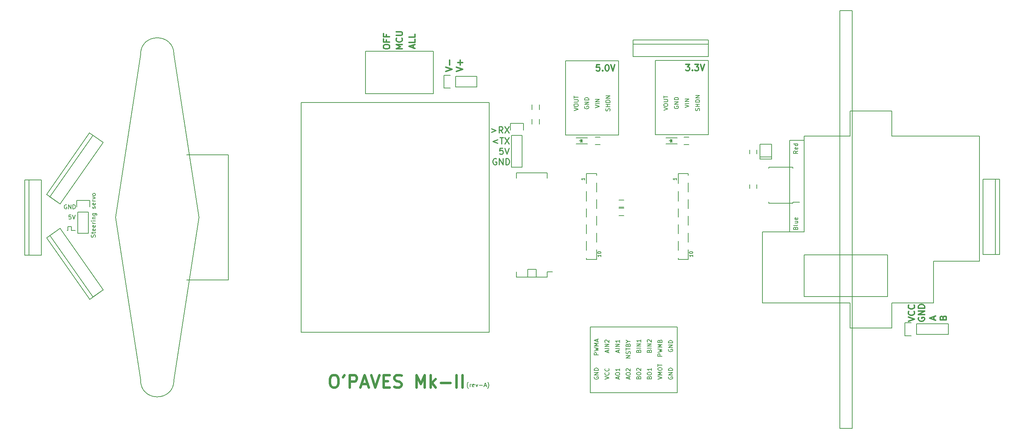
<source format=gto>
G04 #@! TF.FileFunction,Legend,Top*
%FSLAX46Y46*%
G04 Gerber Fmt 4.6, Leading zero omitted, Abs format (unit mm)*
G04 Created by KiCad (PCBNEW 4.0.4+dfsg1-stable) date Thu Aug 10 19:21:35 2017*
%MOMM*%
%LPD*%
G01*
G04 APERTURE LIST*
%ADD10C,0.150000*%
%ADD11C,0.250000*%
%ADD12C,0.200000*%
%ADD13C,0.300000*%
%ADD14C,0.600000*%
G04 APERTURE END LIST*
D10*
D11*
X152457143Y-82450000D02*
X152314286Y-82378571D01*
X152100000Y-82378571D01*
X151885715Y-82450000D01*
X151742857Y-82592857D01*
X151671429Y-82735714D01*
X151600000Y-83021429D01*
X151600000Y-83235714D01*
X151671429Y-83521429D01*
X151742857Y-83664286D01*
X151885715Y-83807143D01*
X152100000Y-83878571D01*
X152242857Y-83878571D01*
X152457143Y-83807143D01*
X152528572Y-83735714D01*
X152528572Y-83235714D01*
X152242857Y-83235714D01*
X153171429Y-83878571D02*
X153171429Y-82378571D01*
X154028572Y-83878571D01*
X154028572Y-82378571D01*
X154742858Y-83878571D02*
X154742858Y-82378571D01*
X155100001Y-82378571D01*
X155314286Y-82450000D01*
X155457144Y-82592857D01*
X155528572Y-82735714D01*
X155600001Y-83021429D01*
X155600001Y-83235714D01*
X155528572Y-83521429D01*
X155457144Y-83664286D01*
X155314286Y-83807143D01*
X155100001Y-83878571D01*
X154742858Y-83878571D01*
X154014287Y-79878571D02*
X153300001Y-79878571D01*
X153228572Y-80592857D01*
X153300001Y-80521429D01*
X153442858Y-80450000D01*
X153800001Y-80450000D01*
X153942858Y-80521429D01*
X154014287Y-80592857D01*
X154085715Y-80735714D01*
X154085715Y-81092857D01*
X154014287Y-81235714D01*
X153942858Y-81307143D01*
X153800001Y-81378571D01*
X153442858Y-81378571D01*
X153300001Y-81307143D01*
X153228572Y-81235714D01*
X154514286Y-79878571D02*
X155014286Y-81378571D01*
X155514286Y-79878571D01*
X152785715Y-77878571D02*
X151642858Y-78307143D01*
X152785715Y-78735714D01*
X153285715Y-77378571D02*
X154142858Y-77378571D01*
X153714287Y-78878571D02*
X153714287Y-77378571D01*
X154500001Y-77378571D02*
X155500001Y-78878571D01*
X155500001Y-77378571D02*
X154500001Y-78878571D01*
X151264286Y-75278571D02*
X152407143Y-75707143D01*
X151264286Y-76135714D01*
X153978572Y-76278571D02*
X153478572Y-75564286D01*
X153121429Y-76278571D02*
X153121429Y-74778571D01*
X153692857Y-74778571D01*
X153835715Y-74850000D01*
X153907143Y-74921429D01*
X153978572Y-75064286D01*
X153978572Y-75278571D01*
X153907143Y-75421429D01*
X153835715Y-75492857D01*
X153692857Y-75564286D01*
X153121429Y-75564286D01*
X154478572Y-74778571D02*
X155478572Y-76278571D01*
X155478572Y-74778571D02*
X154478572Y-76278571D01*
D12*
X159999000Y-108999080D02*
X159999000Y-110699080D01*
X161999000Y-108999080D02*
X159999000Y-108999080D01*
X161999000Y-110699080D02*
X161999000Y-108999080D01*
X105750000Y-69000000D02*
X150750000Y-69000000D01*
X105750000Y-124000000D02*
X105750000Y-69000000D01*
X150750000Y-124000000D02*
X105750000Y-124000000D01*
X150801000Y-69000920D02*
X150801000Y-124000920D01*
D13*
X132584000Y-55927429D02*
X132584000Y-55213143D01*
X133012571Y-56070286D02*
X131512571Y-55570286D01*
X133012571Y-55070286D01*
X133012571Y-53856000D02*
X133012571Y-54570286D01*
X131512571Y-54570286D01*
X133012571Y-52641714D02*
X133012571Y-53356000D01*
X131512571Y-53356000D01*
X129964571Y-56137714D02*
X128464571Y-56137714D01*
X129536000Y-55637714D01*
X128464571Y-55137714D01*
X129964571Y-55137714D01*
X129821714Y-53566285D02*
X129893143Y-53637714D01*
X129964571Y-53852000D01*
X129964571Y-53994857D01*
X129893143Y-54209142D01*
X129750286Y-54352000D01*
X129607429Y-54423428D01*
X129321714Y-54494857D01*
X129107429Y-54494857D01*
X128821714Y-54423428D01*
X128678857Y-54352000D01*
X128536000Y-54209142D01*
X128464571Y-53994857D01*
X128464571Y-53852000D01*
X128536000Y-53637714D01*
X128607429Y-53566285D01*
X128464571Y-52923428D02*
X129678857Y-52923428D01*
X129821714Y-52852000D01*
X129893143Y-52780571D01*
X129964571Y-52637714D01*
X129964571Y-52352000D01*
X129893143Y-52209142D01*
X129821714Y-52137714D01*
X129678857Y-52066285D01*
X128464571Y-52066285D01*
X125416571Y-55784571D02*
X125416571Y-55498857D01*
X125488000Y-55355999D01*
X125630857Y-55213142D01*
X125916571Y-55141714D01*
X126416571Y-55141714D01*
X126702286Y-55213142D01*
X126845143Y-55355999D01*
X126916571Y-55498857D01*
X126916571Y-55784571D01*
X126845143Y-55927428D01*
X126702286Y-56070285D01*
X126416571Y-56141714D01*
X125916571Y-56141714D01*
X125630857Y-56070285D01*
X125488000Y-55927428D01*
X125416571Y-55784571D01*
X126130857Y-53998856D02*
X126130857Y-54498856D01*
X126916571Y-54498856D02*
X125416571Y-54498856D01*
X125416571Y-53784570D01*
X126130857Y-52713142D02*
X126130857Y-53213142D01*
X126916571Y-53213142D02*
X125416571Y-53213142D01*
X125416571Y-52498856D01*
D12*
X145772476Y-137485333D02*
X145724856Y-137437714D01*
X145629618Y-137294857D01*
X145581999Y-137199619D01*
X145534380Y-137056762D01*
X145486761Y-136818667D01*
X145486761Y-136628190D01*
X145534380Y-136390095D01*
X145581999Y-136247238D01*
X145629618Y-136152000D01*
X145724856Y-136009143D01*
X145772476Y-135961524D01*
X146153428Y-137104381D02*
X146153428Y-136437714D01*
X146153428Y-136628190D02*
X146201047Y-136532952D01*
X146248666Y-136485333D01*
X146343904Y-136437714D01*
X146439143Y-136437714D01*
X147153429Y-137056762D02*
X147058191Y-137104381D01*
X146867714Y-137104381D01*
X146772476Y-137056762D01*
X146724857Y-136961524D01*
X146724857Y-136580571D01*
X146772476Y-136485333D01*
X146867714Y-136437714D01*
X147058191Y-136437714D01*
X147153429Y-136485333D01*
X147201048Y-136580571D01*
X147201048Y-136675810D01*
X146724857Y-136771048D01*
X147534381Y-136437714D02*
X147772476Y-137104381D01*
X148010572Y-136437714D01*
X148391524Y-136723429D02*
X149153429Y-136723429D01*
X149582000Y-136818667D02*
X150058191Y-136818667D01*
X149486762Y-137104381D02*
X149820095Y-136104381D01*
X150153429Y-137104381D01*
X150391524Y-137485333D02*
X150439143Y-137437714D01*
X150534381Y-137294857D01*
X150582000Y-137199619D01*
X150629619Y-137056762D01*
X150677238Y-136818667D01*
X150677238Y-136628190D01*
X150629619Y-136390095D01*
X150582000Y-136247238D01*
X150534381Y-136152000D01*
X150439143Y-136009143D01*
X150391524Y-135961524D01*
D14*
X113309715Y-134247143D02*
X113881144Y-134247143D01*
X114166858Y-134390000D01*
X114452572Y-134675714D01*
X114595430Y-135247143D01*
X114595430Y-136247143D01*
X114452572Y-136818571D01*
X114166858Y-137104286D01*
X113881144Y-137247143D01*
X113309715Y-137247143D01*
X113024001Y-137104286D01*
X112738287Y-136818571D01*
X112595430Y-136247143D01*
X112595430Y-135247143D01*
X112738287Y-134675714D01*
X113024001Y-134390000D01*
X113309715Y-134247143D01*
X116024001Y-134247143D02*
X115738287Y-134818571D01*
X117309715Y-137247143D02*
X117309715Y-134247143D01*
X118452572Y-134247143D01*
X118738286Y-134390000D01*
X118881143Y-134532857D01*
X119024000Y-134818571D01*
X119024000Y-135247143D01*
X118881143Y-135532857D01*
X118738286Y-135675714D01*
X118452572Y-135818571D01*
X117309715Y-135818571D01*
X120166858Y-136390000D02*
X121595429Y-136390000D01*
X119881143Y-137247143D02*
X120881143Y-134247143D01*
X121881143Y-137247143D01*
X122452572Y-134247143D02*
X123452572Y-137247143D01*
X124452572Y-134247143D01*
X125452573Y-135675714D02*
X126452573Y-135675714D01*
X126881144Y-137247143D02*
X125452573Y-137247143D01*
X125452573Y-134247143D01*
X126881144Y-134247143D01*
X128024002Y-137104286D02*
X128452573Y-137247143D01*
X129166859Y-137247143D01*
X129452573Y-137104286D01*
X129595430Y-136961429D01*
X129738287Y-136675714D01*
X129738287Y-136390000D01*
X129595430Y-136104286D01*
X129452573Y-135961429D01*
X129166859Y-135818571D01*
X128595430Y-135675714D01*
X128309716Y-135532857D01*
X128166859Y-135390000D01*
X128024002Y-135104286D01*
X128024002Y-134818571D01*
X128166859Y-134532857D01*
X128309716Y-134390000D01*
X128595430Y-134247143D01*
X129309716Y-134247143D01*
X129738287Y-134390000D01*
X133309716Y-137247143D02*
X133309716Y-134247143D01*
X134309716Y-136390000D01*
X135309716Y-134247143D01*
X135309716Y-137247143D01*
X136738287Y-137247143D02*
X136738287Y-134247143D01*
X137024001Y-136104286D02*
X137881144Y-137247143D01*
X137881144Y-135247143D02*
X136738287Y-136390000D01*
X139166858Y-136104286D02*
X141452572Y-136104286D01*
X142881144Y-137247143D02*
X142881144Y-134247143D01*
X144309715Y-137247143D02*
X144309715Y-134247143D01*
D12*
X49850000Y-99650000D02*
X49700000Y-99650000D01*
X50725000Y-99650000D02*
X51575000Y-99650000D01*
X50725000Y-98750000D02*
X50725000Y-99650000D01*
X49850000Y-98750000D02*
X50725000Y-98750000D01*
X49850000Y-99650000D02*
X49850000Y-98750000D01*
X50584524Y-95927381D02*
X50108333Y-95927381D01*
X50060714Y-96403571D01*
X50108333Y-96355952D01*
X50203571Y-96308333D01*
X50441667Y-96308333D01*
X50536905Y-96355952D01*
X50584524Y-96403571D01*
X50632143Y-96498810D01*
X50632143Y-96736905D01*
X50584524Y-96832143D01*
X50536905Y-96879762D01*
X50441667Y-96927381D01*
X50203571Y-96927381D01*
X50108333Y-96879762D01*
X50060714Y-96832143D01*
X50917857Y-95927381D02*
X51251190Y-96927381D01*
X51584524Y-95927381D01*
X49538096Y-93525000D02*
X49442858Y-93477381D01*
X49300001Y-93477381D01*
X49157143Y-93525000D01*
X49061905Y-93620238D01*
X49014286Y-93715476D01*
X48966667Y-93905952D01*
X48966667Y-94048810D01*
X49014286Y-94239286D01*
X49061905Y-94334524D01*
X49157143Y-94429762D01*
X49300001Y-94477381D01*
X49395239Y-94477381D01*
X49538096Y-94429762D01*
X49585715Y-94382143D01*
X49585715Y-94048810D01*
X49395239Y-94048810D01*
X50014286Y-94477381D02*
X50014286Y-93477381D01*
X50585715Y-94477381D01*
X50585715Y-93477381D01*
X51061905Y-94477381D02*
X51061905Y-93477381D01*
X51300000Y-93477381D01*
X51442858Y-93525000D01*
X51538096Y-93620238D01*
X51585715Y-93715476D01*
X51633334Y-93905952D01*
X51633334Y-94048810D01*
X51585715Y-94239286D01*
X51538096Y-94334524D01*
X51442858Y-94429762D01*
X51300000Y-94477381D01*
X51061905Y-94477381D01*
D13*
X259480857Y-120542857D02*
X259552286Y-120328571D01*
X259623714Y-120257143D01*
X259766571Y-120185714D01*
X259980857Y-120185714D01*
X260123714Y-120257143D01*
X260195143Y-120328571D01*
X260266571Y-120471429D01*
X260266571Y-121042857D01*
X258766571Y-121042857D01*
X258766571Y-120542857D01*
X258838000Y-120400000D01*
X258909429Y-120328571D01*
X259052286Y-120257143D01*
X259195143Y-120257143D01*
X259338000Y-120328571D01*
X259409429Y-120400000D01*
X259480857Y-120542857D01*
X259480857Y-121042857D01*
X257298000Y-121007143D02*
X257298000Y-120292857D01*
X257726571Y-121150000D02*
X256226571Y-120650000D01*
X257726571Y-120150000D01*
X253626979Y-120522857D02*
X253555550Y-120665714D01*
X253555550Y-120880000D01*
X253626979Y-121094285D01*
X253769836Y-121237143D01*
X253912693Y-121308571D01*
X254198408Y-121380000D01*
X254412693Y-121380000D01*
X254698408Y-121308571D01*
X254841265Y-121237143D01*
X254984122Y-121094285D01*
X255055550Y-120880000D01*
X255055550Y-120737143D01*
X254984122Y-120522857D01*
X254912693Y-120451428D01*
X254412693Y-120451428D01*
X254412693Y-120737143D01*
X255055550Y-119808571D02*
X253555550Y-119808571D01*
X255055550Y-118951428D01*
X253555550Y-118951428D01*
X255055550Y-118237142D02*
X253555550Y-118237142D01*
X253555550Y-117879999D01*
X253626979Y-117665714D01*
X253769836Y-117522856D01*
X253912693Y-117451428D01*
X254198408Y-117379999D01*
X254412693Y-117379999D01*
X254698408Y-117451428D01*
X254841265Y-117522856D01*
X254984122Y-117665714D01*
X255055550Y-117879999D01*
X255055550Y-118237142D01*
X251146571Y-121380000D02*
X252646571Y-120880000D01*
X251146571Y-120380000D01*
X252503714Y-119022857D02*
X252575143Y-119094286D01*
X252646571Y-119308572D01*
X252646571Y-119451429D01*
X252575143Y-119665714D01*
X252432286Y-119808572D01*
X252289429Y-119880000D01*
X252003714Y-119951429D01*
X251789429Y-119951429D01*
X251503714Y-119880000D01*
X251360857Y-119808572D01*
X251218000Y-119665714D01*
X251146571Y-119451429D01*
X251146571Y-119308572D01*
X251218000Y-119094286D01*
X251289429Y-119022857D01*
X252503714Y-117522857D02*
X252575143Y-117594286D01*
X252646571Y-117808572D01*
X252646571Y-117951429D01*
X252575143Y-118165714D01*
X252432286Y-118308572D01*
X252289429Y-118380000D01*
X252003714Y-118451429D01*
X251789429Y-118451429D01*
X251503714Y-118380000D01*
X251360857Y-118308572D01*
X251218000Y-118165714D01*
X251146571Y-117951429D01*
X251146571Y-117808572D01*
X251218000Y-117594286D01*
X251289429Y-117522857D01*
D12*
X56379762Y-101263096D02*
X56427381Y-101120239D01*
X56427381Y-100882143D01*
X56379762Y-100786905D01*
X56332143Y-100739286D01*
X56236905Y-100691667D01*
X56141667Y-100691667D01*
X56046429Y-100739286D01*
X55998810Y-100786905D01*
X55951190Y-100882143D01*
X55903571Y-101072620D01*
X55855952Y-101167858D01*
X55808333Y-101215477D01*
X55713095Y-101263096D01*
X55617857Y-101263096D01*
X55522619Y-101215477D01*
X55475000Y-101167858D01*
X55427381Y-101072620D01*
X55427381Y-100834524D01*
X55475000Y-100691667D01*
X55760714Y-100405953D02*
X55760714Y-100025001D01*
X55427381Y-100263096D02*
X56284524Y-100263096D01*
X56379762Y-100215477D01*
X56427381Y-100120239D01*
X56427381Y-100025001D01*
X56379762Y-99310714D02*
X56427381Y-99405952D01*
X56427381Y-99596429D01*
X56379762Y-99691667D01*
X56284524Y-99739286D01*
X55903571Y-99739286D01*
X55808333Y-99691667D01*
X55760714Y-99596429D01*
X55760714Y-99405952D01*
X55808333Y-99310714D01*
X55903571Y-99263095D01*
X55998810Y-99263095D01*
X56094048Y-99739286D01*
X56379762Y-98453571D02*
X56427381Y-98548809D01*
X56427381Y-98739286D01*
X56379762Y-98834524D01*
X56284524Y-98882143D01*
X55903571Y-98882143D01*
X55808333Y-98834524D01*
X55760714Y-98739286D01*
X55760714Y-98548809D01*
X55808333Y-98453571D01*
X55903571Y-98405952D01*
X55998810Y-98405952D01*
X56094048Y-98882143D01*
X56427381Y-97977381D02*
X55760714Y-97977381D01*
X55951190Y-97977381D02*
X55855952Y-97929762D01*
X55808333Y-97882143D01*
X55760714Y-97786905D01*
X55760714Y-97691666D01*
X56427381Y-97358333D02*
X55760714Y-97358333D01*
X55427381Y-97358333D02*
X55475000Y-97405952D01*
X55522619Y-97358333D01*
X55475000Y-97310714D01*
X55427381Y-97358333D01*
X55522619Y-97358333D01*
X55760714Y-96882143D02*
X56427381Y-96882143D01*
X55855952Y-96882143D02*
X55808333Y-96834524D01*
X55760714Y-96739286D01*
X55760714Y-96596428D01*
X55808333Y-96501190D01*
X55903571Y-96453571D01*
X56427381Y-96453571D01*
X55760714Y-95548809D02*
X56570238Y-95548809D01*
X56665476Y-95596428D01*
X56713095Y-95644047D01*
X56760714Y-95739286D01*
X56760714Y-95882143D01*
X56713095Y-95977381D01*
X56379762Y-95548809D02*
X56427381Y-95644047D01*
X56427381Y-95834524D01*
X56379762Y-95929762D01*
X56332143Y-95977381D01*
X56236905Y-96025000D01*
X55951190Y-96025000D01*
X55855952Y-95977381D01*
X55808333Y-95929762D01*
X55760714Y-95834524D01*
X55760714Y-95644047D01*
X55808333Y-95548809D01*
X56379762Y-94358333D02*
X56427381Y-94263095D01*
X56427381Y-94072619D01*
X56379762Y-93977380D01*
X56284524Y-93929761D01*
X56236905Y-93929761D01*
X56141667Y-93977380D01*
X56094048Y-94072619D01*
X56094048Y-94215476D01*
X56046429Y-94310714D01*
X55951190Y-94358333D01*
X55903571Y-94358333D01*
X55808333Y-94310714D01*
X55760714Y-94215476D01*
X55760714Y-94072619D01*
X55808333Y-93977380D01*
X56379762Y-93120237D02*
X56427381Y-93215475D01*
X56427381Y-93405952D01*
X56379762Y-93501190D01*
X56284524Y-93548809D01*
X55903571Y-93548809D01*
X55808333Y-93501190D01*
X55760714Y-93405952D01*
X55760714Y-93215475D01*
X55808333Y-93120237D01*
X55903571Y-93072618D01*
X55998810Y-93072618D01*
X56094048Y-93548809D01*
X56427381Y-92644047D02*
X55760714Y-92644047D01*
X55951190Y-92644047D02*
X55855952Y-92596428D01*
X55808333Y-92548809D01*
X55760714Y-92453571D01*
X55760714Y-92358332D01*
X55760714Y-92120237D02*
X56427381Y-91882142D01*
X55760714Y-91644046D01*
X56427381Y-91120237D02*
X56379762Y-91215475D01*
X56332143Y-91263094D01*
X56236905Y-91310713D01*
X55951190Y-91310713D01*
X55855952Y-91263094D01*
X55808333Y-91215475D01*
X55760714Y-91120237D01*
X55760714Y-90977379D01*
X55808333Y-90882141D01*
X55855952Y-90834522D01*
X55951190Y-90786903D01*
X56236905Y-90786903D01*
X56332143Y-90834522D01*
X56379762Y-90882141D01*
X56427381Y-90977379D01*
X56427381Y-91120237D01*
D13*
X140344571Y-61516571D02*
X141844571Y-61016571D01*
X140344571Y-60516571D01*
X141273143Y-60016571D02*
X141273143Y-58873714D01*
X142884571Y-61516571D02*
X144384571Y-61016571D01*
X142884571Y-60516571D01*
X143813143Y-60016571D02*
X143813143Y-58873714D01*
X144384571Y-59445143D02*
X143241714Y-59445143D01*
X177210858Y-59928571D02*
X176496572Y-59928571D01*
X176425143Y-60642857D01*
X176496572Y-60571429D01*
X176639429Y-60500000D01*
X176996572Y-60500000D01*
X177139429Y-60571429D01*
X177210858Y-60642857D01*
X177282286Y-60785714D01*
X177282286Y-61142857D01*
X177210858Y-61285714D01*
X177139429Y-61357143D01*
X176996572Y-61428571D01*
X176639429Y-61428571D01*
X176496572Y-61357143D01*
X176425143Y-61285714D01*
X177925143Y-61285714D02*
X177996571Y-61357143D01*
X177925143Y-61428571D01*
X177853714Y-61357143D01*
X177925143Y-61285714D01*
X177925143Y-61428571D01*
X178925143Y-59928571D02*
X179068000Y-59928571D01*
X179210857Y-60000000D01*
X179282286Y-60071429D01*
X179353715Y-60214286D01*
X179425143Y-60500000D01*
X179425143Y-60857143D01*
X179353715Y-61142857D01*
X179282286Y-61285714D01*
X179210857Y-61357143D01*
X179068000Y-61428571D01*
X178925143Y-61428571D01*
X178782286Y-61357143D01*
X178710857Y-61285714D01*
X178639429Y-61142857D01*
X178568000Y-60857143D01*
X178568000Y-60500000D01*
X178639429Y-60214286D01*
X178710857Y-60071429D01*
X178782286Y-60000000D01*
X178925143Y-59928571D01*
X179853714Y-59928571D02*
X180353714Y-61428571D01*
X180853714Y-59928571D01*
X197853715Y-59878571D02*
X198782286Y-59878571D01*
X198282286Y-60450000D01*
X198496572Y-60450000D01*
X198639429Y-60521429D01*
X198710858Y-60592857D01*
X198782286Y-60735714D01*
X198782286Y-61092857D01*
X198710858Y-61235714D01*
X198639429Y-61307143D01*
X198496572Y-61378571D01*
X198068000Y-61378571D01*
X197925143Y-61307143D01*
X197853715Y-61235714D01*
X199425143Y-61235714D02*
X199496571Y-61307143D01*
X199425143Y-61378571D01*
X199353714Y-61307143D01*
X199425143Y-61235714D01*
X199425143Y-61378571D01*
X199996572Y-59878571D02*
X200925143Y-59878571D01*
X200425143Y-60450000D01*
X200639429Y-60450000D01*
X200782286Y-60521429D01*
X200853715Y-60592857D01*
X200925143Y-60735714D01*
X200925143Y-61092857D01*
X200853715Y-61235714D01*
X200782286Y-61307143D01*
X200639429Y-61378571D01*
X200210857Y-61378571D01*
X200068000Y-61307143D01*
X199996572Y-61235714D01*
X201353714Y-59878571D02*
X201853714Y-61378571D01*
X202353714Y-59878571D01*
D12*
X198463347Y-104208227D02*
X198463347Y-106608227D01*
X198463347Y-106608227D02*
X196063347Y-106608227D01*
X196063347Y-106608227D02*
X196063347Y-106208227D01*
X198463347Y-100208227D02*
X198463347Y-102408227D01*
X198463347Y-96208227D02*
X198463347Y-98408227D01*
X196063347Y-102208227D02*
X196063347Y-104408227D01*
X196063347Y-98208227D02*
X196063347Y-100408227D01*
X196063347Y-94408227D02*
X196063347Y-96408227D01*
X198463347Y-92208227D02*
X198463347Y-94408227D01*
X196063347Y-90208227D02*
X196063347Y-92608227D01*
X198463347Y-88208227D02*
X198463347Y-90408227D01*
X198463347Y-86008227D02*
X198463347Y-86408227D01*
X198463347Y-86008227D02*
X196063347Y-86008227D01*
X196063347Y-86008227D02*
X196063347Y-88408227D01*
X176463347Y-104208227D02*
X176463347Y-106608227D01*
X176463347Y-106608227D02*
X174063347Y-106608227D01*
X174063347Y-106608227D02*
X174063347Y-106208227D01*
X176463347Y-100208227D02*
X176463347Y-102408227D01*
X176463347Y-96208227D02*
X176463347Y-98408227D01*
X174063347Y-102208227D02*
X174063347Y-104408227D01*
X174063347Y-98208227D02*
X174063347Y-100408227D01*
X174063347Y-94408227D02*
X174063347Y-96408227D01*
X176463347Y-92208227D02*
X176463347Y-94408227D01*
X174063347Y-90208227D02*
X174063347Y-92608227D01*
X176463347Y-88208227D02*
X176463347Y-90408227D01*
X176463347Y-86008227D02*
X176463347Y-86408227D01*
X176463347Y-86008227D02*
X174063347Y-86008227D01*
X174063347Y-86008227D02*
X174063347Y-88408227D01*
D10*
X161025000Y-70700000D02*
X161025000Y-69500000D01*
X162775000Y-69500000D02*
X162775000Y-70700000D01*
X161025000Y-74200000D02*
X161025000Y-73000000D01*
X162775000Y-73000000D02*
X162775000Y-74200000D01*
X190568000Y-76740000D02*
X203268000Y-76740000D01*
X203268000Y-76740000D02*
X203268000Y-58960000D01*
X203268000Y-58960000D02*
X190568000Y-58960000D01*
X190568000Y-58960000D02*
X190568000Y-76740000D01*
X169068000Y-76790000D02*
X181768000Y-76790000D01*
X181768000Y-76790000D02*
X181768000Y-59010000D01*
X181768000Y-59010000D02*
X169068000Y-59010000D01*
X169068000Y-59010000D02*
X169068000Y-76790000D01*
X223475000Y-93125000D02*
X223475000Y-92900000D01*
X217725000Y-93125000D02*
X217725000Y-92825000D01*
X217725000Y-84475000D02*
X217725000Y-84775000D01*
X223475000Y-84475000D02*
X223475000Y-84775000D01*
X223475000Y-93125000D02*
X217725000Y-93125000D01*
X223475000Y-84475000D02*
X217725000Y-84475000D01*
X223475000Y-92900000D02*
X225075000Y-92900000D01*
X213150000Y-88600000D02*
X213150000Y-89600000D01*
X214850000Y-89600000D02*
X214850000Y-88600000D01*
X213150000Y-80300000D02*
X213150000Y-81300000D01*
X214850000Y-81300000D02*
X214850000Y-80300000D01*
X218397000Y-82006500D02*
X215603000Y-82006500D01*
X218397000Y-82578000D02*
X218397000Y-79022000D01*
X218397000Y-79022000D02*
X215603000Y-79022000D01*
X215603000Y-79022000D02*
X215603000Y-82578000D01*
X215603000Y-82578000D02*
X218397000Y-82578000D01*
X40500000Y-105580000D02*
X40500000Y-87580000D01*
X43500000Y-105580000D02*
X40500000Y-105580000D01*
X39500000Y-105580000D02*
X43500000Y-105580000D01*
X39500000Y-87580000D02*
X39500000Y-105580000D01*
X43500000Y-87580000D02*
X39500000Y-87580000D01*
X43500000Y-105580000D02*
X43500000Y-87580000D01*
X55872942Y-115572970D02*
X45548566Y-100828233D01*
X58330398Y-113852240D02*
X55872942Y-115572970D01*
X55053790Y-116146546D02*
X58330398Y-113852240D01*
X44729414Y-101401809D02*
X55053790Y-116146546D01*
X48006022Y-99107504D02*
X44729414Y-101401809D01*
X58330398Y-113852240D02*
X48006022Y-99107504D01*
X45540255Y-91610302D02*
X55864631Y-76865566D01*
X47997711Y-93331032D02*
X45540255Y-91610302D01*
X44721103Y-91036726D02*
X47997711Y-93331032D01*
X55045479Y-76291989D02*
X44721103Y-91036726D01*
X58322087Y-78586295D02*
X55045479Y-76291989D01*
X47997711Y-93331032D02*
X58322087Y-78586295D01*
X185240000Y-55000000D02*
X203240000Y-55000000D01*
X185240000Y-58000000D02*
X185240000Y-55000000D01*
X185240000Y-54000000D02*
X185240000Y-58000000D01*
X203240000Y-54000000D02*
X185240000Y-54000000D01*
X203240000Y-58000000D02*
X203240000Y-54000000D01*
X185240000Y-58000000D02*
X203240000Y-58000000D01*
X272000000Y-87380000D02*
X272000000Y-105380000D01*
X269000000Y-87380000D02*
X272000000Y-87380000D01*
X273000000Y-87380000D02*
X269000000Y-87380000D01*
X273000000Y-105380000D02*
X273000000Y-87380000D01*
X269000000Y-105380000D02*
X273000000Y-105380000D01*
X269000000Y-87380000D02*
X269000000Y-105380000D01*
X226220000Y-105520000D02*
X246220000Y-105520000D01*
X226220000Y-115520000D02*
X226220000Y-105520000D01*
X246220000Y-115520000D02*
X226220000Y-115520000D01*
X246220000Y-105520000D02*
X246220000Y-115520000D01*
X222720000Y-78020000D02*
X226220000Y-78020000D01*
X226220000Y-100020000D02*
X216220000Y-100020000D01*
X226220000Y-77020000D02*
X237220000Y-77020000D01*
X222720000Y-78020000D02*
X222720000Y-100020000D01*
X237720000Y-147020000D02*
X237720000Y-47020000D01*
X237720000Y-47020000D02*
X234720000Y-47020000D01*
X234720000Y-47020000D02*
X234720000Y-147020000D01*
X234720000Y-147020000D02*
X237720000Y-147020000D01*
X268220000Y-107020000D02*
X268220000Y-77020000D01*
X247220000Y-117020000D02*
X257220000Y-117020000D01*
X257220000Y-117020000D02*
X257220000Y-107020000D01*
X257220000Y-107020000D02*
X268220000Y-107020000D01*
X216220000Y-100020000D02*
X216220000Y-117020000D01*
X226220000Y-77020000D02*
X226220000Y-100020000D01*
X216220000Y-117020000D02*
X237220000Y-117020000D01*
X247220000Y-77020000D02*
X268220000Y-77020000D01*
X247220000Y-117020000D02*
X247220000Y-123020000D01*
X247220000Y-123020000D02*
X237220000Y-123020000D01*
X237220000Y-123020000D02*
X237220000Y-117020000D01*
X237220000Y-77020000D02*
X237220000Y-71020000D01*
X237220000Y-71020000D02*
X247220000Y-71020000D01*
X247220000Y-71020000D02*
X247220000Y-77020000D01*
X142748000Y-65278000D02*
X147828000Y-65278000D01*
X147828000Y-65278000D02*
X147828000Y-62738000D01*
X147828000Y-62738000D02*
X142748000Y-62738000D01*
X139928000Y-62458000D02*
X141478000Y-62458000D01*
X142748000Y-62738000D02*
X142748000Y-65278000D01*
X141478000Y-65558000D02*
X139928000Y-65558000D01*
X139928000Y-65558000D02*
X139928000Y-62458000D01*
X52230000Y-95230000D02*
X52230000Y-100310000D01*
X52230000Y-100310000D02*
X54770000Y-100310000D01*
X54770000Y-100310000D02*
X54770000Y-95230000D01*
X55050000Y-92410000D02*
X55050000Y-93960000D01*
X54770000Y-95230000D02*
X52230000Y-95230000D01*
X51950000Y-93960000D02*
X51950000Y-92410000D01*
X51950000Y-92410000D02*
X55050000Y-92410000D01*
X181818000Y-94325000D02*
X183018000Y-94325000D01*
X183018000Y-96075000D02*
X181818000Y-96075000D01*
X181818000Y-92325000D02*
X183018000Y-92325000D01*
X183018000Y-94075000D02*
X181818000Y-94075000D01*
X253116979Y-124574249D02*
X260736979Y-124574249D01*
X253116979Y-122034249D02*
X260736979Y-122034249D01*
X250296979Y-121754249D02*
X251846979Y-121754249D01*
X260736979Y-124574249D02*
X260736979Y-122034249D01*
X253116979Y-122034249D02*
X253116979Y-124574249D01*
X251846979Y-124854249D02*
X250296979Y-124854249D01*
X250296979Y-124854249D02*
X250296979Y-121754249D01*
X174268000Y-77425000D02*
X171568000Y-77425000D01*
X174268000Y-78925000D02*
X171568000Y-78925000D01*
X172768000Y-78025000D02*
X172768000Y-78275000D01*
X172768000Y-78275000D02*
X172918000Y-78125000D01*
X173018000Y-78525000D02*
X173018000Y-77825000D01*
X172668000Y-78175000D02*
X172318000Y-78175000D01*
X173018000Y-78175000D02*
X172668000Y-78525000D01*
X172668000Y-78525000D02*
X172668000Y-77825000D01*
X172668000Y-77825000D02*
X173018000Y-78175000D01*
X195767020Y-77425000D02*
X193067020Y-77425000D01*
X195767020Y-78925000D02*
X193067020Y-78925000D01*
X194267020Y-78025000D02*
X194267020Y-78275000D01*
X194267020Y-78275000D02*
X194417020Y-78125000D01*
X194517020Y-78525000D02*
X194517020Y-77825000D01*
X194167020Y-78175000D02*
X193817020Y-78175000D01*
X194517020Y-78175000D02*
X194167020Y-78525000D01*
X194167020Y-78525000D02*
X194167020Y-77825000D01*
X194167020Y-77825000D02*
X194517020Y-78175000D01*
X176168000Y-77300000D02*
X177368000Y-77300000D01*
X177368000Y-79050000D02*
X176168000Y-79050000D01*
X197418000Y-77300000D02*
X198618000Y-77300000D01*
X198618000Y-79050000D02*
X197418000Y-79050000D01*
X137364000Y-56722000D02*
X121108000Y-56722000D01*
X137364000Y-66882000D02*
X137364000Y-56722000D01*
X121108000Y-66882000D02*
X137364000Y-66882000D01*
X121108000Y-56722000D02*
X121108000Y-66882000D01*
X88250000Y-81500000D02*
X78250000Y-81500000D01*
X88250000Y-111500000D02*
X88250000Y-81500000D01*
X78250000Y-111500000D02*
X88250000Y-111500000D01*
X61250000Y-96500000D02*
X67250000Y-135500000D01*
X75250000Y-135500000D02*
X81250000Y-96500000D01*
X67250000Y-135500000D02*
G75*
G03X75250000Y-135500000I4000000J0D01*
G01*
X67250000Y-57500000D02*
X61250000Y-96500000D01*
X75250000Y-57500000D02*
X81250000Y-96500000D01*
X75250000Y-57500000D02*
G75*
G03X67250000Y-57500000I-4000000J0D01*
G01*
X156130000Y-76830000D02*
X156130000Y-84450000D01*
X158670000Y-76830000D02*
X158670000Y-84450000D01*
X158950000Y-74010000D02*
X158950000Y-75560000D01*
X156130000Y-84450000D02*
X158670000Y-84450000D01*
X158670000Y-76830000D02*
X156130000Y-76830000D01*
X155850000Y-75560000D02*
X155850000Y-74010000D01*
X155850000Y-74010000D02*
X158950000Y-74010000D01*
X195784000Y-138524000D02*
X174956000Y-138524000D01*
X195784000Y-122776000D02*
X195784000Y-138524000D01*
X174956000Y-122776000D02*
X195784000Y-122776000D01*
X174956000Y-138524000D02*
X174956000Y-122776000D01*
X164665000Y-110795000D02*
X164665000Y-109525000D01*
X157315000Y-110795000D02*
X157315000Y-109525000D01*
X157315000Y-85885000D02*
X157315000Y-87155000D01*
X164665000Y-85885000D02*
X164665000Y-87155000D01*
X164665000Y-110795000D02*
X157315000Y-110795000D01*
X164665000Y-85885000D02*
X157315000Y-85885000D01*
X164665000Y-109525000D02*
X165950000Y-109525000D01*
D12*
X199525252Y-105460608D02*
X199525252Y-105917751D01*
X199525252Y-105689180D02*
X198725252Y-105689180D01*
X198839537Y-105765370D01*
X198915728Y-105841561D01*
X198953823Y-105917751D01*
X198725252Y-104965370D02*
X198725252Y-104889179D01*
X198763347Y-104812989D01*
X198801442Y-104774894D01*
X198877633Y-104736798D01*
X199030014Y-104698703D01*
X199220490Y-104698703D01*
X199372871Y-104736798D01*
X199449061Y-104774894D01*
X199487157Y-104812989D01*
X199525252Y-104889179D01*
X199525252Y-104965370D01*
X199487157Y-105041560D01*
X199449061Y-105079656D01*
X199372871Y-105117751D01*
X199220490Y-105155846D01*
X199030014Y-105155846D01*
X198877633Y-105117751D01*
X198801442Y-105079656D01*
X198763347Y-105041560D01*
X198725252Y-104965370D01*
X195625252Y-87079655D02*
X195625252Y-87536798D01*
X195625252Y-87308227D02*
X194825252Y-87308227D01*
X194939537Y-87384417D01*
X195015728Y-87460608D01*
X195053823Y-87536798D01*
X177525252Y-105460608D02*
X177525252Y-105917751D01*
X177525252Y-105689180D02*
X176725252Y-105689180D01*
X176839537Y-105765370D01*
X176915728Y-105841561D01*
X176953823Y-105917751D01*
X176725252Y-104965370D02*
X176725252Y-104889179D01*
X176763347Y-104812989D01*
X176801442Y-104774894D01*
X176877633Y-104736798D01*
X177030014Y-104698703D01*
X177220490Y-104698703D01*
X177372871Y-104736798D01*
X177449061Y-104774894D01*
X177487157Y-104812989D01*
X177525252Y-104889179D01*
X177525252Y-104965370D01*
X177487157Y-105041560D01*
X177449061Y-105079656D01*
X177372871Y-105117751D01*
X177220490Y-105155846D01*
X177030014Y-105155846D01*
X176877633Y-105117751D01*
X176801442Y-105079656D01*
X176763347Y-105041560D01*
X176725252Y-104965370D01*
X173625252Y-87079655D02*
X173625252Y-87536798D01*
X173625252Y-87308227D02*
X172825252Y-87308227D01*
X172939537Y-87384417D01*
X173015728Y-87460608D01*
X173053823Y-87536798D01*
D10*
X201132762Y-70953333D02*
X201180381Y-70810476D01*
X201180381Y-70572380D01*
X201132762Y-70477142D01*
X201085143Y-70429523D01*
X200989905Y-70381904D01*
X200894667Y-70381904D01*
X200799429Y-70429523D01*
X200751810Y-70477142D01*
X200704190Y-70572380D01*
X200656571Y-70762857D01*
X200608952Y-70858095D01*
X200561333Y-70905714D01*
X200466095Y-70953333D01*
X200370857Y-70953333D01*
X200275619Y-70905714D01*
X200228000Y-70858095D01*
X200180381Y-70762857D01*
X200180381Y-70524761D01*
X200228000Y-70381904D01*
X201180381Y-69953333D02*
X200180381Y-69953333D01*
X200656571Y-69953333D02*
X200656571Y-69381904D01*
X201180381Y-69381904D02*
X200180381Y-69381904D01*
X201180381Y-68905714D02*
X200180381Y-68905714D01*
X200180381Y-68667619D01*
X200228000Y-68524761D01*
X200323238Y-68429523D01*
X200418476Y-68381904D01*
X200608952Y-68334285D01*
X200751810Y-68334285D01*
X200942286Y-68381904D01*
X201037524Y-68429523D01*
X201132762Y-68524761D01*
X201180381Y-68667619D01*
X201180381Y-68905714D01*
X201180381Y-67905714D02*
X200180381Y-67905714D01*
X201180381Y-67334285D01*
X200180381Y-67334285D01*
X197640381Y-70215238D02*
X198640381Y-69881905D01*
X197640381Y-69548571D01*
X198640381Y-69215238D02*
X197640381Y-69215238D01*
X198640381Y-68739048D02*
X197640381Y-68739048D01*
X198640381Y-68167619D01*
X197640381Y-68167619D01*
X195148000Y-69881904D02*
X195100381Y-69977142D01*
X195100381Y-70119999D01*
X195148000Y-70262857D01*
X195243238Y-70358095D01*
X195338476Y-70405714D01*
X195528952Y-70453333D01*
X195671810Y-70453333D01*
X195862286Y-70405714D01*
X195957524Y-70358095D01*
X196052762Y-70262857D01*
X196100381Y-70119999D01*
X196100381Y-70024761D01*
X196052762Y-69881904D01*
X196005143Y-69834285D01*
X195671810Y-69834285D01*
X195671810Y-70024761D01*
X196100381Y-69405714D02*
X195100381Y-69405714D01*
X196100381Y-68834285D01*
X195100381Y-68834285D01*
X196100381Y-68358095D02*
X195100381Y-68358095D01*
X195100381Y-68120000D01*
X195148000Y-67977142D01*
X195243238Y-67881904D01*
X195338476Y-67834285D01*
X195528952Y-67786666D01*
X195671810Y-67786666D01*
X195862286Y-67834285D01*
X195957524Y-67881904D01*
X196052762Y-67977142D01*
X196100381Y-68120000D01*
X196100381Y-68358095D01*
X192560381Y-70881905D02*
X193560381Y-70548572D01*
X192560381Y-70215238D01*
X192560381Y-69691429D02*
X192560381Y-69500952D01*
X192608000Y-69405714D01*
X192703238Y-69310476D01*
X192893714Y-69262857D01*
X193227048Y-69262857D01*
X193417524Y-69310476D01*
X193512762Y-69405714D01*
X193560381Y-69500952D01*
X193560381Y-69691429D01*
X193512762Y-69786667D01*
X193417524Y-69881905D01*
X193227048Y-69929524D01*
X192893714Y-69929524D01*
X192703238Y-69881905D01*
X192608000Y-69786667D01*
X192560381Y-69691429D01*
X192560381Y-68834286D02*
X193369905Y-68834286D01*
X193465143Y-68786667D01*
X193512762Y-68739048D01*
X193560381Y-68643810D01*
X193560381Y-68453333D01*
X193512762Y-68358095D01*
X193465143Y-68310476D01*
X193369905Y-68262857D01*
X192560381Y-68262857D01*
X192560381Y-67929524D02*
X192560381Y-67358095D01*
X193560381Y-67643810D02*
X192560381Y-67643810D01*
X179632762Y-71003333D02*
X179680381Y-70860476D01*
X179680381Y-70622380D01*
X179632762Y-70527142D01*
X179585143Y-70479523D01*
X179489905Y-70431904D01*
X179394667Y-70431904D01*
X179299429Y-70479523D01*
X179251810Y-70527142D01*
X179204190Y-70622380D01*
X179156571Y-70812857D01*
X179108952Y-70908095D01*
X179061333Y-70955714D01*
X178966095Y-71003333D01*
X178870857Y-71003333D01*
X178775619Y-70955714D01*
X178728000Y-70908095D01*
X178680381Y-70812857D01*
X178680381Y-70574761D01*
X178728000Y-70431904D01*
X179680381Y-70003333D02*
X178680381Y-70003333D01*
X179156571Y-70003333D02*
X179156571Y-69431904D01*
X179680381Y-69431904D02*
X178680381Y-69431904D01*
X179680381Y-68955714D02*
X178680381Y-68955714D01*
X178680381Y-68717619D01*
X178728000Y-68574761D01*
X178823238Y-68479523D01*
X178918476Y-68431904D01*
X179108952Y-68384285D01*
X179251810Y-68384285D01*
X179442286Y-68431904D01*
X179537524Y-68479523D01*
X179632762Y-68574761D01*
X179680381Y-68717619D01*
X179680381Y-68955714D01*
X179680381Y-67955714D02*
X178680381Y-67955714D01*
X179680381Y-67384285D01*
X178680381Y-67384285D01*
X176140381Y-70265238D02*
X177140381Y-69931905D01*
X176140381Y-69598571D01*
X177140381Y-69265238D02*
X176140381Y-69265238D01*
X177140381Y-68789048D02*
X176140381Y-68789048D01*
X177140381Y-68217619D01*
X176140381Y-68217619D01*
X173648000Y-69931904D02*
X173600381Y-70027142D01*
X173600381Y-70169999D01*
X173648000Y-70312857D01*
X173743238Y-70408095D01*
X173838476Y-70455714D01*
X174028952Y-70503333D01*
X174171810Y-70503333D01*
X174362286Y-70455714D01*
X174457524Y-70408095D01*
X174552762Y-70312857D01*
X174600381Y-70169999D01*
X174600381Y-70074761D01*
X174552762Y-69931904D01*
X174505143Y-69884285D01*
X174171810Y-69884285D01*
X174171810Y-70074761D01*
X174600381Y-69455714D02*
X173600381Y-69455714D01*
X174600381Y-68884285D01*
X173600381Y-68884285D01*
X174600381Y-68408095D02*
X173600381Y-68408095D01*
X173600381Y-68170000D01*
X173648000Y-68027142D01*
X173743238Y-67931904D01*
X173838476Y-67884285D01*
X174028952Y-67836666D01*
X174171810Y-67836666D01*
X174362286Y-67884285D01*
X174457524Y-67931904D01*
X174552762Y-68027142D01*
X174600381Y-68170000D01*
X174600381Y-68408095D01*
X171060381Y-70931905D02*
X172060381Y-70598572D01*
X171060381Y-70265238D01*
X171060381Y-69741429D02*
X171060381Y-69550952D01*
X171108000Y-69455714D01*
X171203238Y-69360476D01*
X171393714Y-69312857D01*
X171727048Y-69312857D01*
X171917524Y-69360476D01*
X172012762Y-69455714D01*
X172060381Y-69550952D01*
X172060381Y-69741429D01*
X172012762Y-69836667D01*
X171917524Y-69931905D01*
X171727048Y-69979524D01*
X171393714Y-69979524D01*
X171203238Y-69931905D01*
X171108000Y-69836667D01*
X171060381Y-69741429D01*
X171060381Y-68884286D02*
X171869905Y-68884286D01*
X171965143Y-68836667D01*
X172012762Y-68789048D01*
X172060381Y-68693810D01*
X172060381Y-68503333D01*
X172012762Y-68408095D01*
X171965143Y-68360476D01*
X171869905Y-68312857D01*
X171060381Y-68312857D01*
X171060381Y-67979524D02*
X171060381Y-67408095D01*
X172060381Y-67693810D02*
X171060381Y-67693810D01*
X224672381Y-80591428D02*
X224196190Y-80924762D01*
X224672381Y-81162857D02*
X223672381Y-81162857D01*
X223672381Y-80781904D01*
X223720000Y-80686666D01*
X223767619Y-80639047D01*
X223862857Y-80591428D01*
X224005714Y-80591428D01*
X224100952Y-80639047D01*
X224148571Y-80686666D01*
X224196190Y-80781904D01*
X224196190Y-81162857D01*
X224624762Y-79781904D02*
X224672381Y-79877142D01*
X224672381Y-80067619D01*
X224624762Y-80162857D01*
X224529524Y-80210476D01*
X224148571Y-80210476D01*
X224053333Y-80162857D01*
X224005714Y-80067619D01*
X224005714Y-79877142D01*
X224053333Y-79781904D01*
X224148571Y-79734285D01*
X224243810Y-79734285D01*
X224339048Y-80210476D01*
X224672381Y-78877142D02*
X223672381Y-78877142D01*
X224624762Y-78877142D02*
X224672381Y-78972380D01*
X224672381Y-79162857D01*
X224624762Y-79258095D01*
X224577143Y-79305714D01*
X224481905Y-79353333D01*
X224196190Y-79353333D01*
X224100952Y-79305714D01*
X224053333Y-79258095D01*
X224005714Y-79162857D01*
X224005714Y-78972380D01*
X224053333Y-78877142D01*
X224148571Y-99091428D02*
X224196190Y-98948571D01*
X224243810Y-98900952D01*
X224339048Y-98853333D01*
X224481905Y-98853333D01*
X224577143Y-98900952D01*
X224624762Y-98948571D01*
X224672381Y-99043809D01*
X224672381Y-99424762D01*
X223672381Y-99424762D01*
X223672381Y-99091428D01*
X223720000Y-98996190D01*
X223767619Y-98948571D01*
X223862857Y-98900952D01*
X223958095Y-98900952D01*
X224053333Y-98948571D01*
X224100952Y-98996190D01*
X224148571Y-99091428D01*
X224148571Y-99424762D01*
X224672381Y-98281905D02*
X224624762Y-98377143D01*
X224529524Y-98424762D01*
X223672381Y-98424762D01*
X224005714Y-97472380D02*
X224672381Y-97472380D01*
X224005714Y-97900952D02*
X224529524Y-97900952D01*
X224624762Y-97853333D01*
X224672381Y-97758095D01*
X224672381Y-97615237D01*
X224624762Y-97519999D01*
X224577143Y-97472380D01*
X224624762Y-96615237D02*
X224672381Y-96710475D01*
X224672381Y-96900952D01*
X224624762Y-96996190D01*
X224529524Y-97043809D01*
X224148571Y-97043809D01*
X224053333Y-96996190D01*
X224005714Y-96900952D01*
X224005714Y-96710475D01*
X224053333Y-96615237D01*
X224148571Y-96567618D01*
X224243810Y-96567618D01*
X224339048Y-97043809D01*
X193760000Y-128109904D02*
X193712381Y-128205142D01*
X193712381Y-128347999D01*
X193760000Y-128490857D01*
X193855238Y-128586095D01*
X193950476Y-128633714D01*
X194140952Y-128681333D01*
X194283810Y-128681333D01*
X194474286Y-128633714D01*
X194569524Y-128586095D01*
X194664762Y-128490857D01*
X194712381Y-128347999D01*
X194712381Y-128252761D01*
X194664762Y-128109904D01*
X194617143Y-128062285D01*
X194283810Y-128062285D01*
X194283810Y-128252761D01*
X194712381Y-127633714D02*
X193712381Y-127633714D01*
X194712381Y-127062285D01*
X193712381Y-127062285D01*
X194712381Y-126586095D02*
X193712381Y-126586095D01*
X193712381Y-126348000D01*
X193760000Y-126205142D01*
X193855238Y-126109904D01*
X193950476Y-126062285D01*
X194140952Y-126014666D01*
X194283810Y-126014666D01*
X194474286Y-126062285D01*
X194569524Y-126109904D01*
X194664762Y-126205142D01*
X194712381Y-126348000D01*
X194712381Y-126586095D01*
X192172381Y-129760762D02*
X191172381Y-129760762D01*
X191172381Y-129379809D01*
X191220000Y-129284571D01*
X191267619Y-129236952D01*
X191362857Y-129189333D01*
X191505714Y-129189333D01*
X191600952Y-129236952D01*
X191648571Y-129284571D01*
X191696190Y-129379809D01*
X191696190Y-129760762D01*
X191172381Y-128856000D02*
X192172381Y-128617905D01*
X191458095Y-128427428D01*
X192172381Y-128236952D01*
X191172381Y-127998857D01*
X192172381Y-127617905D02*
X191172381Y-127617905D01*
X191886667Y-127284571D01*
X191172381Y-126951238D01*
X192172381Y-126951238D01*
X191648571Y-126141714D02*
X191696190Y-125998857D01*
X191743810Y-125951238D01*
X191839048Y-125903619D01*
X191981905Y-125903619D01*
X192077143Y-125951238D01*
X192124762Y-125998857D01*
X192172381Y-126094095D01*
X192172381Y-126475048D01*
X191172381Y-126475048D01*
X191172381Y-126141714D01*
X191220000Y-126046476D01*
X191267619Y-125998857D01*
X191362857Y-125951238D01*
X191458095Y-125951238D01*
X191553333Y-125998857D01*
X191600952Y-126046476D01*
X191648571Y-126141714D01*
X191648571Y-126475048D01*
X189108571Y-128514666D02*
X189156190Y-128371809D01*
X189203810Y-128324190D01*
X189299048Y-128276571D01*
X189441905Y-128276571D01*
X189537143Y-128324190D01*
X189584762Y-128371809D01*
X189632381Y-128467047D01*
X189632381Y-128848000D01*
X188632381Y-128848000D01*
X188632381Y-128514666D01*
X188680000Y-128419428D01*
X188727619Y-128371809D01*
X188822857Y-128324190D01*
X188918095Y-128324190D01*
X189013333Y-128371809D01*
X189060952Y-128419428D01*
X189108571Y-128514666D01*
X189108571Y-128848000D01*
X189632381Y-127848000D02*
X188632381Y-127848000D01*
X189632381Y-127371810D02*
X188632381Y-127371810D01*
X189632381Y-126800381D01*
X188632381Y-126800381D01*
X188727619Y-126371810D02*
X188680000Y-126324191D01*
X188632381Y-126228953D01*
X188632381Y-125990857D01*
X188680000Y-125895619D01*
X188727619Y-125848000D01*
X188822857Y-125800381D01*
X188918095Y-125800381D01*
X189060952Y-125848000D01*
X189632381Y-126419429D01*
X189632381Y-125800381D01*
X186568571Y-128514666D02*
X186616190Y-128371809D01*
X186663810Y-128324190D01*
X186759048Y-128276571D01*
X186901905Y-128276571D01*
X186997143Y-128324190D01*
X187044762Y-128371809D01*
X187092381Y-128467047D01*
X187092381Y-128848000D01*
X186092381Y-128848000D01*
X186092381Y-128514666D01*
X186140000Y-128419428D01*
X186187619Y-128371809D01*
X186282857Y-128324190D01*
X186378095Y-128324190D01*
X186473333Y-128371809D01*
X186520952Y-128419428D01*
X186568571Y-128514666D01*
X186568571Y-128848000D01*
X187092381Y-127848000D02*
X186092381Y-127848000D01*
X187092381Y-127371810D02*
X186092381Y-127371810D01*
X187092381Y-126800381D01*
X186092381Y-126800381D01*
X187092381Y-125800381D02*
X187092381Y-126371810D01*
X187092381Y-126086096D02*
X186092381Y-126086096D01*
X186235238Y-126181334D01*
X186330476Y-126276572D01*
X186378095Y-126371810D01*
X184552381Y-130181429D02*
X183552381Y-130181429D01*
X184552381Y-129610000D01*
X183552381Y-129610000D01*
X184504762Y-129181429D02*
X184552381Y-129038572D01*
X184552381Y-128800476D01*
X184504762Y-128705238D01*
X184457143Y-128657619D01*
X184361905Y-128610000D01*
X184266667Y-128610000D01*
X184171429Y-128657619D01*
X184123810Y-128705238D01*
X184076190Y-128800476D01*
X184028571Y-128990953D01*
X183980952Y-129086191D01*
X183933333Y-129133810D01*
X183838095Y-129181429D01*
X183742857Y-129181429D01*
X183647619Y-129133810D01*
X183600000Y-129086191D01*
X183552381Y-128990953D01*
X183552381Y-128752857D01*
X183600000Y-128610000D01*
X183552381Y-128324286D02*
X183552381Y-127752857D01*
X184552381Y-128038572D02*
X183552381Y-128038572D01*
X184028571Y-127086190D02*
X184076190Y-126943333D01*
X184123810Y-126895714D01*
X184219048Y-126848095D01*
X184361905Y-126848095D01*
X184457143Y-126895714D01*
X184504762Y-126943333D01*
X184552381Y-127038571D01*
X184552381Y-127419524D01*
X183552381Y-127419524D01*
X183552381Y-127086190D01*
X183600000Y-126990952D01*
X183647619Y-126943333D01*
X183742857Y-126895714D01*
X183838095Y-126895714D01*
X183933333Y-126943333D01*
X183980952Y-126990952D01*
X184028571Y-127086190D01*
X184028571Y-127419524D01*
X184076190Y-126229048D02*
X184552381Y-126229048D01*
X183552381Y-126562381D02*
X184076190Y-126229048D01*
X183552381Y-125895714D01*
X181726667Y-128824190D02*
X181726667Y-128347999D01*
X182012381Y-128919428D02*
X181012381Y-128586095D01*
X182012381Y-128252761D01*
X182012381Y-127919428D02*
X181012381Y-127919428D01*
X182012381Y-127443238D02*
X181012381Y-127443238D01*
X182012381Y-126871809D01*
X181012381Y-126871809D01*
X182012381Y-125871809D02*
X182012381Y-126443238D01*
X182012381Y-126157524D02*
X181012381Y-126157524D01*
X181155238Y-126252762D01*
X181250476Y-126348000D01*
X181298095Y-126443238D01*
X179186667Y-128824190D02*
X179186667Y-128347999D01*
X179472381Y-128919428D02*
X178472381Y-128586095D01*
X179472381Y-128252761D01*
X179472381Y-127919428D02*
X178472381Y-127919428D01*
X179472381Y-127443238D02*
X178472381Y-127443238D01*
X179472381Y-126871809D01*
X178472381Y-126871809D01*
X178567619Y-126443238D02*
X178520000Y-126395619D01*
X178472381Y-126300381D01*
X178472381Y-126062285D01*
X178520000Y-125967047D01*
X178567619Y-125919428D01*
X178662857Y-125871809D01*
X178758095Y-125871809D01*
X178900952Y-125919428D01*
X179472381Y-126490857D01*
X179472381Y-125871809D01*
X176932381Y-129435333D02*
X175932381Y-129435333D01*
X175932381Y-129054380D01*
X175980000Y-128959142D01*
X176027619Y-128911523D01*
X176122857Y-128863904D01*
X176265714Y-128863904D01*
X176360952Y-128911523D01*
X176408571Y-128959142D01*
X176456190Y-129054380D01*
X176456190Y-129435333D01*
X175932381Y-128530571D02*
X176932381Y-128292476D01*
X176218095Y-128101999D01*
X176932381Y-127911523D01*
X175932381Y-127673428D01*
X176932381Y-127292476D02*
X175932381Y-127292476D01*
X176646667Y-126959142D01*
X175932381Y-126625809D01*
X176932381Y-126625809D01*
X176646667Y-126197238D02*
X176646667Y-125721047D01*
X176932381Y-126292476D02*
X175932381Y-125959143D01*
X176932381Y-125625809D01*
X193760000Y-134713904D02*
X193712381Y-134809142D01*
X193712381Y-134951999D01*
X193760000Y-135094857D01*
X193855238Y-135190095D01*
X193950476Y-135237714D01*
X194140952Y-135285333D01*
X194283810Y-135285333D01*
X194474286Y-135237714D01*
X194569524Y-135190095D01*
X194664762Y-135094857D01*
X194712381Y-134951999D01*
X194712381Y-134856761D01*
X194664762Y-134713904D01*
X194617143Y-134666285D01*
X194283810Y-134666285D01*
X194283810Y-134856761D01*
X194712381Y-134237714D02*
X193712381Y-134237714D01*
X194712381Y-133666285D01*
X193712381Y-133666285D01*
X194712381Y-133190095D02*
X193712381Y-133190095D01*
X193712381Y-132952000D01*
X193760000Y-132809142D01*
X193855238Y-132713904D01*
X193950476Y-132666285D01*
X194140952Y-132618666D01*
X194283810Y-132618666D01*
X194474286Y-132666285D01*
X194569524Y-132713904D01*
X194664762Y-132809142D01*
X194712381Y-132952000D01*
X194712381Y-133190095D01*
X191172381Y-135253524D02*
X192172381Y-134920191D01*
X191172381Y-134586857D01*
X192172381Y-134253524D02*
X191172381Y-134253524D01*
X191886667Y-133920190D01*
X191172381Y-133586857D01*
X192172381Y-133586857D01*
X191172381Y-132920191D02*
X191172381Y-132729714D01*
X191220000Y-132634476D01*
X191315238Y-132539238D01*
X191505714Y-132491619D01*
X191839048Y-132491619D01*
X192029524Y-132539238D01*
X192124762Y-132634476D01*
X192172381Y-132729714D01*
X192172381Y-132920191D01*
X192124762Y-133015429D01*
X192029524Y-133110667D01*
X191839048Y-133158286D01*
X191505714Y-133158286D01*
X191315238Y-133110667D01*
X191220000Y-133015429D01*
X191172381Y-132920191D01*
X191172381Y-132205905D02*
X191172381Y-131634476D01*
X192172381Y-131920191D02*
X191172381Y-131920191D01*
X189108571Y-134880571D02*
X189156190Y-134737714D01*
X189203810Y-134690095D01*
X189299048Y-134642476D01*
X189441905Y-134642476D01*
X189537143Y-134690095D01*
X189584762Y-134737714D01*
X189632381Y-134832952D01*
X189632381Y-135213905D01*
X188632381Y-135213905D01*
X188632381Y-134880571D01*
X188680000Y-134785333D01*
X188727619Y-134737714D01*
X188822857Y-134690095D01*
X188918095Y-134690095D01*
X189013333Y-134737714D01*
X189060952Y-134785333D01*
X189108571Y-134880571D01*
X189108571Y-135213905D01*
X188632381Y-134023429D02*
X188632381Y-133832952D01*
X188680000Y-133737714D01*
X188775238Y-133642476D01*
X188965714Y-133594857D01*
X189299048Y-133594857D01*
X189489524Y-133642476D01*
X189584762Y-133737714D01*
X189632381Y-133832952D01*
X189632381Y-134023429D01*
X189584762Y-134118667D01*
X189489524Y-134213905D01*
X189299048Y-134261524D01*
X188965714Y-134261524D01*
X188775238Y-134213905D01*
X188680000Y-134118667D01*
X188632381Y-134023429D01*
X189632381Y-132642476D02*
X189632381Y-133213905D01*
X189632381Y-132928191D02*
X188632381Y-132928191D01*
X188775238Y-133023429D01*
X188870476Y-133118667D01*
X188918095Y-133213905D01*
X186568571Y-134880571D02*
X186616190Y-134737714D01*
X186663810Y-134690095D01*
X186759048Y-134642476D01*
X186901905Y-134642476D01*
X186997143Y-134690095D01*
X187044762Y-134737714D01*
X187092381Y-134832952D01*
X187092381Y-135213905D01*
X186092381Y-135213905D01*
X186092381Y-134880571D01*
X186140000Y-134785333D01*
X186187619Y-134737714D01*
X186282857Y-134690095D01*
X186378095Y-134690095D01*
X186473333Y-134737714D01*
X186520952Y-134785333D01*
X186568571Y-134880571D01*
X186568571Y-135213905D01*
X186092381Y-134023429D02*
X186092381Y-133832952D01*
X186140000Y-133737714D01*
X186235238Y-133642476D01*
X186425714Y-133594857D01*
X186759048Y-133594857D01*
X186949524Y-133642476D01*
X187044762Y-133737714D01*
X187092381Y-133832952D01*
X187092381Y-134023429D01*
X187044762Y-134118667D01*
X186949524Y-134213905D01*
X186759048Y-134261524D01*
X186425714Y-134261524D01*
X186235238Y-134213905D01*
X186140000Y-134118667D01*
X186092381Y-134023429D01*
X186187619Y-133213905D02*
X186140000Y-133166286D01*
X186092381Y-133071048D01*
X186092381Y-132832952D01*
X186140000Y-132737714D01*
X186187619Y-132690095D01*
X186282857Y-132642476D01*
X186378095Y-132642476D01*
X186520952Y-132690095D01*
X187092381Y-133261524D01*
X187092381Y-132642476D01*
X184266667Y-135190095D02*
X184266667Y-134713904D01*
X184552381Y-135285333D02*
X183552381Y-134952000D01*
X184552381Y-134618666D01*
X183552381Y-134094857D02*
X183552381Y-133904380D01*
X183600000Y-133809142D01*
X183695238Y-133713904D01*
X183885714Y-133666285D01*
X184219048Y-133666285D01*
X184409524Y-133713904D01*
X184504762Y-133809142D01*
X184552381Y-133904380D01*
X184552381Y-134094857D01*
X184504762Y-134190095D01*
X184409524Y-134285333D01*
X184219048Y-134332952D01*
X183885714Y-134332952D01*
X183695238Y-134285333D01*
X183600000Y-134190095D01*
X183552381Y-134094857D01*
X183647619Y-133285333D02*
X183600000Y-133237714D01*
X183552381Y-133142476D01*
X183552381Y-132904380D01*
X183600000Y-132809142D01*
X183647619Y-132761523D01*
X183742857Y-132713904D01*
X183838095Y-132713904D01*
X183980952Y-132761523D01*
X184552381Y-133332952D01*
X184552381Y-132713904D01*
X181726667Y-135190095D02*
X181726667Y-134713904D01*
X182012381Y-135285333D02*
X181012381Y-134952000D01*
X182012381Y-134618666D01*
X181012381Y-134094857D02*
X181012381Y-133904380D01*
X181060000Y-133809142D01*
X181155238Y-133713904D01*
X181345714Y-133666285D01*
X181679048Y-133666285D01*
X181869524Y-133713904D01*
X181964762Y-133809142D01*
X182012381Y-133904380D01*
X182012381Y-134094857D01*
X181964762Y-134190095D01*
X181869524Y-134285333D01*
X181679048Y-134332952D01*
X181345714Y-134332952D01*
X181155238Y-134285333D01*
X181060000Y-134190095D01*
X181012381Y-134094857D01*
X182012381Y-132713904D02*
X182012381Y-133285333D01*
X182012381Y-132999619D02*
X181012381Y-132999619D01*
X181155238Y-133094857D01*
X181250476Y-133190095D01*
X181298095Y-133285333D01*
X178472381Y-135285333D02*
X179472381Y-134952000D01*
X178472381Y-134618666D01*
X179377143Y-133713904D02*
X179424762Y-133761523D01*
X179472381Y-133904380D01*
X179472381Y-133999618D01*
X179424762Y-134142476D01*
X179329524Y-134237714D01*
X179234286Y-134285333D01*
X179043810Y-134332952D01*
X178900952Y-134332952D01*
X178710476Y-134285333D01*
X178615238Y-134237714D01*
X178520000Y-134142476D01*
X178472381Y-133999618D01*
X178472381Y-133904380D01*
X178520000Y-133761523D01*
X178567619Y-133713904D01*
X179377143Y-132713904D02*
X179424762Y-132761523D01*
X179472381Y-132904380D01*
X179472381Y-132999618D01*
X179424762Y-133142476D01*
X179329524Y-133237714D01*
X179234286Y-133285333D01*
X179043810Y-133332952D01*
X178900952Y-133332952D01*
X178710476Y-133285333D01*
X178615238Y-133237714D01*
X178520000Y-133142476D01*
X178472381Y-132999618D01*
X178472381Y-132904380D01*
X178520000Y-132761523D01*
X178567619Y-132713904D01*
X175980000Y-134713904D02*
X175932381Y-134809142D01*
X175932381Y-134951999D01*
X175980000Y-135094857D01*
X176075238Y-135190095D01*
X176170476Y-135237714D01*
X176360952Y-135285333D01*
X176503810Y-135285333D01*
X176694286Y-135237714D01*
X176789524Y-135190095D01*
X176884762Y-135094857D01*
X176932381Y-134951999D01*
X176932381Y-134856761D01*
X176884762Y-134713904D01*
X176837143Y-134666285D01*
X176503810Y-134666285D01*
X176503810Y-134856761D01*
X176932381Y-134237714D02*
X175932381Y-134237714D01*
X176932381Y-133666285D01*
X175932381Y-133666285D01*
X176932381Y-133190095D02*
X175932381Y-133190095D01*
X175932381Y-132952000D01*
X175980000Y-132809142D01*
X176075238Y-132713904D01*
X176170476Y-132666285D01*
X176360952Y-132618666D01*
X176503810Y-132618666D01*
X176694286Y-132666285D01*
X176789524Y-132713904D01*
X176884762Y-132809142D01*
X176932381Y-132952000D01*
X176932381Y-133190095D01*
M02*

</source>
